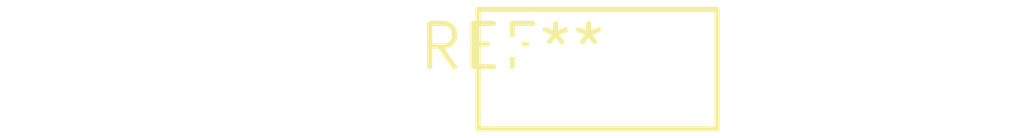
<source format=kicad_pcb>
(kicad_pcb (version 20240108) (generator pcbnew)
  (layers (0 "F.Cu" signal) (31 "B.Cu" signal) (34 "B.Paste" user) (35 "F.Paste" user) (36 "B.SilkS" user "B.Silkscreen") (37 "F.SilkS" user "F.Silkscreen") (38 "B.Mask" user) (39 "F.Mask" user) (44 "Edge.Cuts" user))
  (net 0 "")
  (footprint "RV_Disc_D7mm_W3.5mm_P5mm" (layer "F.Cu") (at 0 0)
    (property "Reference" "REF**")
    (property "Value" "RV_Disc_D7mm_W3.5mm_P5mm")
    (fp_line (start -1 -1.1) (end -1 2.4) (layer "F.SilkS") (stroke (width 0.15)))
    (fp_line (start -1 -1.1) (end 6 -1.1) (layer "F.SilkS") (stroke (width 0.15)))
    (fp_line (start -1 2.4) (end 6 2.4) (layer "F.SilkS") (stroke (width 0.15)))
    (fp_line (start 6 -1.1) (end 6 2.4) (layer "F.SilkS") (stroke (width 0.15)))
    (pad "1" thru_hole circle (at 0 0) (size 1.6 1.6) (drill 0.6) (layers *.Cu *.Mask) (remove_unused_layers))
    (pad "2" thru_hole circle (at 5 1.3) (size 1.6 1.6) (drill 0.6) (layers *.Cu *.Mask) (remove_unused_layers))
  )
)
</source>
